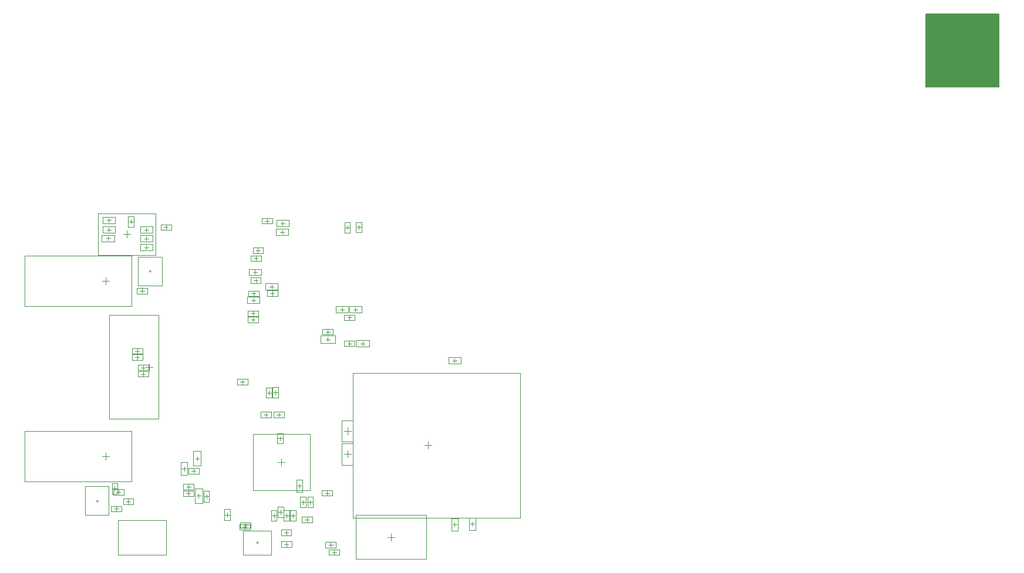
<source format=gbr>
G04*
G04 #@! TF.GenerationSoftware,Altium Limited,Altium Designer,24.1.2 (44)*
G04*
G04 Layer_Color=32768*
%FSLAX25Y25*%
%MOIN*%
G70*
G04*
G04 #@! TF.SameCoordinates,59DD8EBB-DCD7-4209-94D2-A0ED0100978B*
G04*
G04*
G04 #@! TF.FilePolarity,Positive*
G04*
G01*
G75*
%ADD92C,0.00600*%
%ADD144C,0.00394*%
%ADD148C,0.00197*%
%ADD149C,0.00400*%
G36*
X498353Y-127483D02*
X456953D01*
Y-86084D01*
X498353D01*
Y-127483D01*
D02*
G37*
D92*
X456953D02*
Y-86084D01*
X498353D01*
Y-127483D02*
Y-86084D01*
X456953Y-127483D02*
X498353D01*
D144*
X103224Y-364598D02*
Y-362236D01*
X102042Y-363417D02*
X104405D01*
X107297Y-364598D02*
Y-362236D01*
X106116Y-363417D02*
X108478D01*
X59018Y-370565D02*
X61380D01*
X60199Y-371746D02*
Y-369384D01*
X-1884Y-393458D02*
Y-373773D01*
Y-393458D02*
X25675D01*
Y-373773D01*
X-1884D02*
X25675D01*
X117310Y-271921D02*
Y-269756D01*
X116227Y-270838D02*
X118392D01*
X41108Y-346815D02*
Y-344452D01*
X39926Y-345634D02*
X42289D01*
X74909Y-260715D02*
Y-258550D01*
X73827Y-259633D02*
X75992D01*
X198144Y-375729D02*
X200506D01*
X199325Y-376910D02*
Y-374547D01*
X188144Y-376122D02*
X190506D01*
X189325Y-377303D02*
Y-374941D01*
X9159Y-278693D02*
Y-276330D01*
X7978Y-277512D02*
X10340D01*
X9159Y-282200D02*
Y-279838D01*
X7978Y-281019D02*
X10340D01*
X91480Y-211053D02*
Y-208691D01*
X90299Y-209872D02*
X92661D01*
X91602Y-206075D02*
Y-203712D01*
X90421Y-204893D02*
X92783D01*
X38237Y-355855D02*
Y-353493D01*
X37056Y-354674D02*
X39418D01*
X38106Y-359639D02*
Y-357277D01*
X36924Y-358458D02*
X39287D01*
X42816Y-359718D02*
X45178D01*
X43997Y-360899D02*
Y-358537D01*
X48385Y-361293D02*
Y-358930D01*
X47204Y-360111D02*
X49566D01*
X74901Y-257157D02*
Y-254992D01*
X73818Y-256075D02*
X75983D01*
X75147Y-249775D02*
Y-247413D01*
X73966Y-248594D02*
X76328D01*
X84300Y-240917D02*
X86663D01*
X85482Y-242098D02*
Y-239736D01*
X74853Y-232644D02*
X77215D01*
X76034Y-233825D02*
Y-231463D01*
X34612Y-344354D02*
X36974D01*
X35793Y-345535D02*
Y-343173D01*
X189325Y-284040D02*
Y-281678D01*
X188144Y-282859D02*
X190506D01*
X76428Y-225948D02*
Y-223586D01*
X75247Y-224767D02*
X77609D01*
X77696Y-221522D02*
Y-219160D01*
X76515Y-220341D02*
X78877D01*
X127230Y-207256D02*
X129593D01*
X128411Y-208437D02*
Y-206075D01*
X133728Y-207120D02*
X136090D01*
X134909Y-208302D02*
Y-205939D01*
X85760Y-245838D02*
Y-243476D01*
X84579Y-244657D02*
X86941D01*
X75137Y-245948D02*
Y-243586D01*
X73956Y-244767D02*
X76318D01*
X76377Y-238555D02*
Y-236193D01*
X75196Y-237374D02*
X77558D01*
X82752Y-204697D02*
Y-202334D01*
X81571Y-203516D02*
X83933D01*
X14330Y-214705D02*
Y-212343D01*
X13149Y-213524D02*
X15511D01*
X14330Y-209705D02*
Y-207343D01*
X13149Y-208524D02*
X15511D01*
X14330Y-219705D02*
Y-217342D01*
X13149Y-218524D02*
X15511D01*
X-7029Y-204331D02*
Y-201969D01*
X-8210Y-203150D02*
X-5847D01*
X-7029Y-209705D02*
Y-207343D01*
X-8210Y-208524D02*
X-5847D01*
X-7422Y-214638D02*
Y-212275D01*
X-8603Y-213457D02*
X-6241D01*
X4389Y-203917D02*
X6751D01*
X5570Y-205098D02*
Y-202736D01*
X25513Y-208302D02*
Y-205939D01*
X24331Y-207120D02*
X26694D01*
X12447Y-291732D02*
Y-289370D01*
X11266Y-290551D02*
X13628D01*
X11314Y-286892D02*
X13676D01*
X12495Y-288073D02*
Y-285711D01*
X129593Y-259618D02*
Y-257256D01*
X128411Y-258437D02*
X130774D01*
X125465Y-255081D02*
Y-252719D01*
X124284Y-253900D02*
X126646D01*
X137165Y-274382D02*
Y-272020D01*
X135984Y-273201D02*
X138346D01*
X129593Y-274382D02*
Y-272020D01*
X128411Y-273201D02*
X130774D01*
X42092Y-338582D02*
X44257D01*
X43174Y-339665D02*
Y-337499D01*
X132939Y-255081D02*
Y-252719D01*
X131758Y-253900D02*
X134120D01*
X117310Y-267701D02*
Y-265339D01*
X116129Y-266520D02*
X118491D01*
X85335Y-393047D02*
Y-379661D01*
X69095Y-393207D02*
Y-379709D01*
X76575Y-386354D02*
X77855D01*
X77264Y-386945D02*
Y-385764D01*
X69385Y-376517D02*
X71747D01*
X70566Y-377698D02*
Y-375336D01*
X15708Y-232059D02*
X16889D01*
X16298Y-232748D02*
Y-231468D01*
X9652Y-240228D02*
X23151D01*
X9605Y-223988D02*
X22991D01*
X2814Y-363004D02*
X5176D01*
X3995Y-364185D02*
Y-361823D01*
X10677Y-243279D02*
X13039D01*
X11858Y-244461D02*
Y-242098D01*
X-3720Y-356841D02*
Y-354478D01*
X-4901Y-355660D02*
X-2539D01*
X172357Y-331042D02*
X176294D01*
X174325Y-333010D02*
Y-329073D01*
X92565Y-380710D02*
X94927D01*
X93746Y-381891D02*
Y-379529D01*
X117769Y-387597D02*
X120131D01*
X118950Y-388778D02*
Y-386416D01*
X92598Y-387376D02*
X94960D01*
X93779Y-388557D02*
Y-386195D01*
X119789Y-391837D02*
X122151D01*
X120970Y-393018D02*
Y-390656D01*
X1239Y-211024D02*
X5176D01*
X3208Y-212992D02*
Y-209055D01*
X-8696Y-239589D02*
Y-235652D01*
X-10665Y-237621D02*
X-6728D01*
X-8696Y-339258D02*
Y-335321D01*
X-10665Y-337289D02*
X-6728D01*
X90993Y-342599D02*
Y-338662D01*
X89025Y-340630D02*
X92962D01*
X68844Y-296194D02*
Y-293831D01*
X67663Y-295012D02*
X70025D01*
X96315Y-371028D02*
X98677D01*
X97496Y-372209D02*
Y-369847D01*
X104281Y-373317D02*
X106643D01*
X105462Y-374498D02*
Y-372135D01*
X115735Y-358250D02*
X118097D01*
X116916Y-359431D02*
Y-357069D01*
X85606Y-371028D02*
X87968D01*
X86787Y-372209D02*
Y-369847D01*
X92717Y-371028D02*
X95079D01*
X93898Y-372209D02*
Y-369847D01*
X89303Y-369010D02*
X91666D01*
X90484Y-370191D02*
Y-367829D01*
X82190Y-314726D02*
Y-312561D01*
X81107Y-313643D02*
X83273D01*
X86391Y-301100D02*
X88753D01*
X87572Y-302281D02*
Y-299918D01*
X82726Y-301190D02*
X85088D01*
X83907Y-302371D02*
Y-300009D01*
X89443Y-314726D02*
Y-312561D01*
X88360Y-313643D02*
X90525D01*
X126472Y-336128D02*
X130410D01*
X128441Y-338096D02*
Y-334159D01*
X70172Y-378683D02*
Y-376320D01*
X68991Y-377501D02*
X71353D01*
X-2732Y-368280D02*
Y-365918D01*
X-3913Y-367099D02*
X-1550D01*
X-1550Y-358819D02*
Y-356457D01*
X-2731Y-357638D02*
X-368D01*
X89025Y-327146D02*
X91387D01*
X90206Y-328327D02*
Y-325965D01*
X100147Y-354115D02*
X102312D01*
X101230Y-355197D02*
Y-353032D01*
X126472Y-323042D02*
X130410D01*
X128441Y-325010D02*
Y-321073D01*
X13942Y-286601D02*
X17879D01*
X15910Y-288570D02*
Y-284633D01*
X153154Y-385179D02*
Y-381242D01*
X151185Y-383210D02*
X155122D01*
X-20365Y-370651D02*
X-6980D01*
X-20525Y-354410D02*
X-7027D01*
X-13672Y-363170D02*
Y-361891D01*
X-14263Y-362580D02*
X-13082D01*
D148*
X101649Y-366370D02*
X104798D01*
X101649Y-360464D02*
X104798D01*
X101649Y-366370D02*
Y-360464D01*
X104798Y-366370D02*
Y-360464D01*
X105723Y-366370D02*
X108872D01*
X105723Y-360464D02*
X108872D01*
X105723Y-366370D02*
Y-360464D01*
X108872Y-366370D02*
Y-360464D01*
X61774Y-373715D02*
Y-367415D01*
X58624Y-373715D02*
Y-367415D01*
Y-373715D02*
X61774D01*
X58624Y-367415D02*
X61774D01*
X113176Y-268673D02*
X121443D01*
X113176Y-273004D02*
X121443D01*
Y-268673D01*
X113176Y-273004D02*
Y-268673D01*
X38155Y-347208D02*
X44060D01*
X38155Y-344059D02*
X44060D01*
X38155Y-347208D02*
Y-344059D01*
X44060Y-347208D02*
Y-344059D01*
X71957Y-258058D02*
X77862D01*
X71957Y-261208D02*
X77862D01*
Y-258058D01*
X71957Y-261208D02*
Y-258058D01*
X201097Y-379272D02*
Y-372185D01*
X197553Y-379272D02*
Y-372185D01*
Y-379272D02*
X201097D01*
X197553Y-372185D02*
X201097D01*
X191097Y-379666D02*
Y-372579D01*
X187553Y-379666D02*
Y-372579D01*
Y-379666D02*
X191097D01*
X187553Y-372579D02*
X191097D01*
X6206Y-279086D02*
X12112D01*
X6206Y-275937D02*
X12112D01*
X6206Y-279086D02*
Y-275937D01*
X12112Y-279086D02*
Y-275937D01*
X6206Y-282594D02*
X12112D01*
X6206Y-279444D02*
X12112D01*
X6206Y-282594D02*
Y-279444D01*
X12112Y-282594D02*
Y-279444D01*
X87937Y-211644D02*
X95023D01*
X87937Y-208100D02*
X95023D01*
X87937Y-211644D02*
Y-208100D01*
X95023Y-211644D02*
Y-208100D01*
X88059Y-203122D02*
X95145D01*
X88059Y-206665D02*
X95145D01*
Y-203122D01*
X88059Y-206665D02*
Y-203122D01*
X35284Y-356249D02*
X41190D01*
X35284Y-353099D02*
X41190D01*
Y-356249D02*
Y-353099D01*
X35284Y-356249D02*
Y-353099D01*
X35153Y-356883D02*
X41058D01*
X35153Y-360033D02*
X41058D01*
X35153D02*
Y-356883D01*
X41058Y-360033D02*
Y-356883D01*
X41832Y-363852D02*
Y-355584D01*
X46163Y-363852D02*
Y-355584D01*
X41832Y-363852D02*
X46163D01*
X41832Y-355584D02*
X46163D01*
X46810Y-356962D02*
X49960D01*
X46810Y-363261D02*
X49960D01*
Y-356962D01*
X46810Y-363261D02*
Y-356962D01*
X71948Y-254500D02*
X77853D01*
X71948Y-257649D02*
X77853D01*
Y-254500D01*
X71948Y-257649D02*
Y-254500D01*
X71604Y-246823D02*
X78690D01*
X71604Y-250366D02*
X78690D01*
Y-246823D01*
X71604Y-250366D02*
Y-246823D01*
X81938Y-242689D02*
Y-239146D01*
X89025Y-242689D02*
Y-239146D01*
X81938Y-242689D02*
X89025D01*
X81938Y-239146D02*
X89025D01*
X72491Y-234416D02*
Y-230873D01*
X79577Y-234416D02*
Y-230873D01*
X72491Y-234416D02*
X79577D01*
X72491Y-230873D02*
X79577D01*
X37564Y-347897D02*
Y-340811D01*
X34021Y-347897D02*
Y-340811D01*
Y-347897D02*
X37564D01*
X34021Y-340811D02*
X37564D01*
X185782Y-284630D02*
X192868D01*
X185782Y-281087D02*
X192868D01*
X185782Y-284630D02*
Y-281087D01*
X192868Y-284630D02*
Y-281087D01*
X73475Y-226342D02*
X79380D01*
X73475Y-223192D02*
X79380D01*
X73475Y-226342D02*
Y-223192D01*
X79380Y-226342D02*
Y-223192D01*
X74743Y-221916D02*
X80648D01*
X74743Y-218766D02*
X80648D01*
X74743Y-221916D02*
Y-218766D01*
X80648Y-221916D02*
Y-218766D01*
X129986Y-210208D02*
Y-204303D01*
X126837Y-210208D02*
Y-204303D01*
Y-210208D02*
X129986D01*
X126837Y-204303D02*
X129986D01*
X136484Y-210073D02*
Y-204168D01*
X133335Y-210073D02*
Y-204168D01*
Y-210073D02*
X136484D01*
X133335Y-204168D02*
X136484D01*
X82807Y-246232D02*
X88713D01*
X82807Y-243082D02*
X88713D01*
X82807Y-246232D02*
Y-243082D01*
X88713Y-246232D02*
Y-243082D01*
X72184Y-246342D02*
X78089D01*
X72184Y-243192D02*
X78089D01*
X72184Y-246342D02*
Y-243192D01*
X78089Y-246342D02*
Y-243192D01*
X73424Y-238949D02*
X79330D01*
X73424Y-235799D02*
X79330D01*
X73424Y-238949D02*
Y-235799D01*
X79330Y-238949D02*
Y-235799D01*
X79799Y-201941D02*
X85705D01*
X79799Y-205090D02*
X85705D01*
Y-201941D01*
X79799Y-205090D02*
Y-201941D01*
X10786Y-215295D02*
X17873D01*
X10786Y-211752D02*
X17873D01*
X10786Y-215295D02*
Y-211752D01*
X17873Y-215295D02*
Y-211752D01*
X10786Y-210295D02*
X17873D01*
X10786Y-206752D02*
X17873D01*
X10786Y-210295D02*
Y-206752D01*
X17873Y-210295D02*
Y-206752D01*
X10786Y-220295D02*
X17873D01*
X10786Y-216752D02*
X17873D01*
X10786Y-220295D02*
Y-216752D01*
X17873Y-220295D02*
Y-216752D01*
X-10572Y-201378D02*
X-3485D01*
X-10572Y-204921D02*
X-3485D01*
Y-201378D01*
X-10572Y-204921D02*
Y-201378D01*
Y-206752D02*
X-3485D01*
X-10572Y-210295D02*
X-3485D01*
Y-206752D01*
X-10572Y-210295D02*
Y-206752D01*
X-10966Y-211685D02*
X-3879D01*
X-10966Y-215228D02*
X-3879D01*
Y-211685D01*
X-10966Y-215228D02*
Y-211685D01*
X3995Y-206870D02*
Y-200965D01*
X7145Y-206870D02*
Y-200965D01*
X3995D02*
X7145D01*
X3995Y-206870D02*
X7145D01*
X22560Y-205546D02*
X28465D01*
X22560Y-208695D02*
X28465D01*
Y-205546D01*
X22560Y-208695D02*
Y-205546D01*
X9494Y-292126D02*
X15400D01*
X9494Y-288976D02*
X15400D01*
X9494Y-292126D02*
Y-288976D01*
X15400Y-292126D02*
Y-288976D01*
X15448Y-288467D02*
Y-285317D01*
X9542Y-288467D02*
Y-285317D01*
X15448D01*
X9542Y-288467D02*
X15448D01*
X126640Y-260012D02*
X132545D01*
X126640Y-256862D02*
X132545D01*
X126640Y-260012D02*
Y-256862D01*
X132545Y-260012D02*
Y-256862D01*
X121922Y-252128D02*
X129008D01*
X121922Y-255672D02*
X129008D01*
Y-252128D01*
X121922Y-255672D02*
Y-252128D01*
X133622Y-271429D02*
X140708D01*
X133622Y-274972D02*
X140708D01*
Y-271429D01*
X133622Y-274972D02*
Y-271429D01*
X126640Y-274776D02*
X132545D01*
X126640Y-271626D02*
X132545D01*
X126640Y-274776D02*
Y-271626D01*
X132545Y-274776D02*
Y-271626D01*
X45340Y-342716D02*
Y-334448D01*
X41009Y-342716D02*
Y-334448D01*
Y-342716D02*
X45340D01*
X41009Y-334448D02*
X45340D01*
X129396Y-252128D02*
X136482D01*
X129396Y-255672D02*
X136482D01*
Y-252128D01*
X129396Y-255672D02*
Y-252128D01*
X114357Y-268095D02*
X120262D01*
X114357Y-264945D02*
X120262D01*
X114357Y-268095D02*
Y-264945D01*
X120262Y-268095D02*
Y-264945D01*
X73518Y-378092D02*
Y-374942D01*
X67613Y-378092D02*
Y-374942D01*
Y-378092D02*
X73518D01*
X67613Y-374942D02*
X73518D01*
X1042Y-364579D02*
Y-361430D01*
X6948Y-364579D02*
Y-361430D01*
X1042D02*
X6948D01*
X1042Y-364579D02*
X6948D01*
X14811Y-244854D02*
Y-241705D01*
X8905Y-244854D02*
Y-241705D01*
Y-244854D02*
X14811D01*
X8905Y-241705D02*
X14811D01*
X-5294Y-358612D02*
X-2145D01*
X-5294Y-352707D02*
X-2145D01*
X-5294Y-358612D02*
Y-352707D01*
X-2145Y-358612D02*
Y-352707D01*
X226687Y-372164D02*
Y-289920D01*
X131412Y-372164D02*
Y-289920D01*
Y-372164D02*
X226687D01*
X131412Y-289920D02*
X226687D01*
X96699Y-382285D02*
Y-379135D01*
X90794Y-382285D02*
Y-379135D01*
Y-382285D02*
X96699D01*
X90794Y-379135D02*
X96699D01*
X121902Y-389172D02*
Y-386022D01*
X115997Y-389172D02*
Y-386022D01*
Y-389172D02*
X121902D01*
X115997Y-386022D02*
X121902D01*
X96732Y-388951D02*
Y-385801D01*
X90826Y-388951D02*
Y-385801D01*
Y-388951D02*
X96732D01*
X90826Y-385801D02*
X96732D01*
X123922Y-393412D02*
Y-390262D01*
X118017Y-393412D02*
Y-390262D01*
Y-393412D02*
X123922D01*
X118017Y-390262D02*
X123922D01*
X-13131Y-222835D02*
Y-199213D01*
X19546Y-222835D02*
Y-199213D01*
X-13131D02*
X19546D01*
X-13131Y-222835D02*
X19546D01*
X-54858Y-223192D02*
X5733D01*
X-54858Y-252050D02*
Y-223192D01*
X5733Y-252050D02*
Y-223192D01*
X-54858Y-252050D02*
X5733D01*
X-54857Y-322860D02*
X5733D01*
X-54857Y-351718D02*
Y-322860D01*
X5733Y-351718D02*
Y-322860D01*
X-54857Y-351718D02*
X5733D01*
X74950Y-324587D02*
X107037D01*
X74950Y-356674D02*
X107037D01*
X74950D02*
Y-324587D01*
X107037Y-356674D02*
Y-324587D01*
X65891Y-293438D02*
X71797D01*
X65891Y-296587D02*
X71797D01*
X65891D02*
Y-293438D01*
X71797Y-296587D02*
Y-293438D01*
X95921Y-373981D02*
Y-368075D01*
X99071Y-373981D02*
Y-368075D01*
X95921Y-373981D02*
X99071D01*
X95921Y-368075D02*
X99071D01*
X108415Y-374891D02*
Y-371742D01*
X102509Y-374891D02*
Y-371742D01*
Y-374891D02*
X108415D01*
X102509Y-371742D02*
X108415D01*
X119869Y-359824D02*
Y-356675D01*
X113963Y-359824D02*
Y-356675D01*
Y-359824D02*
X119869D01*
X113963Y-356675D02*
X119869D01*
X85212Y-373980D02*
Y-368075D01*
X88362Y-373980D02*
Y-368075D01*
X85212Y-373980D02*
X88362D01*
X85212Y-368075D02*
X88362D01*
X92323Y-373980D02*
Y-368075D01*
X95473Y-373980D02*
Y-368075D01*
X92323Y-373980D02*
X95473D01*
X92323Y-368075D02*
X95473D01*
X88910Y-371962D02*
Y-366057D01*
X92059Y-371962D02*
Y-366057D01*
X88910Y-371962D02*
X92059D01*
X88910Y-366057D02*
X92059D01*
X79237Y-315218D02*
X85143D01*
X79237Y-312068D02*
X85143D01*
X79237Y-315218D02*
Y-312068D01*
X85143Y-315218D02*
Y-312068D01*
X89147Y-304052D02*
Y-298147D01*
X85997Y-304052D02*
Y-298147D01*
Y-304052D02*
X89147D01*
X85997Y-298147D02*
X89147D01*
X85482Y-304143D02*
Y-298237D01*
X82332Y-304143D02*
Y-298237D01*
Y-304143D02*
X85482D01*
X82332Y-298237D02*
X85482D01*
X86490Y-312068D02*
X92395D01*
X86490Y-315218D02*
X92395D01*
Y-312068D01*
X86490Y-315218D02*
Y-312068D01*
X131591Y-342230D02*
Y-330026D01*
X125291Y-342230D02*
Y-330026D01*
X131591D01*
X125291Y-342230D02*
X131591D01*
X67219Y-379076D02*
X73125D01*
X67219Y-375927D02*
X73125D01*
X67219Y-379076D02*
Y-375927D01*
X73125Y-379076D02*
Y-375927D01*
X-5684Y-365524D02*
X221D01*
X-5684Y-368674D02*
X221D01*
Y-365524D01*
X-5684Y-368674D02*
Y-365524D01*
X-4502Y-356063D02*
X1403D01*
X-4502Y-359213D02*
X1403D01*
Y-356063D01*
X-4502Y-359213D02*
Y-356063D01*
X91781Y-330099D02*
Y-324193D01*
X88631Y-330099D02*
Y-324193D01*
Y-330099D02*
X91781D01*
X88631Y-324193D02*
X91781D01*
X103001Y-357658D02*
Y-350571D01*
X99458Y-357658D02*
Y-350571D01*
Y-357658D02*
X103001D01*
X99458Y-350571D02*
X103001D01*
X131591Y-329144D02*
Y-316939D01*
X125291Y-329144D02*
Y-316939D01*
X131591D01*
X125291Y-329144D02*
X131591D01*
X-6834Y-316129D02*
X21123D01*
X-6834Y-257074D02*
X21123D01*
X-6834Y-316129D02*
Y-257074D01*
X21123Y-316129D02*
Y-257074D01*
X133075Y-395809D02*
X173233D01*
X133075Y-370612D02*
X173233D01*
Y-395809D02*
Y-370612D01*
X133075Y-395809D02*
Y-370612D01*
D149*
X69095Y-393207D02*
X85095D01*
X69193Y-379661D02*
X85335D01*
X9605Y-240130D02*
Y-223988D01*
X23151Y-240228D02*
Y-224228D01*
X-20525Y-370410D02*
Y-354410D01*
X-6980Y-370651D02*
Y-354509D01*
M02*

</source>
